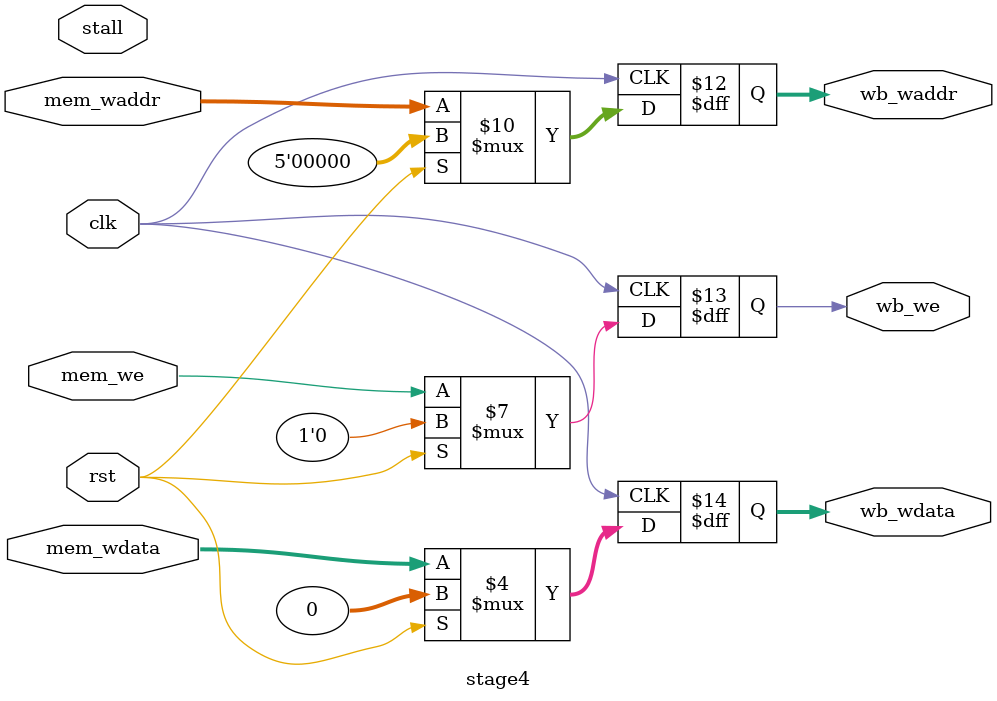
<source format=v>
/*
 * File:         e:\NSCSCC\GMIPS\thinpad_top.srcs\sources_1\GMIPS\stage4.v
 * Project:      e:\NSCSCC\GMIPS\thinpad_top.srcs\sources_1\GMIPS
 * Created Date: 2024-07-12 10:02:50
 * Author:       Tommy Gong
 * description:  
 * ----------------------------------------------------
 * Last Modified: 2024-07-12 10:03:38
 */

module stage4 (
    input wire clk,
    input wire rst,

    input wire stall,

    input wire [ 4:0] mem_waddr,
    input wire        mem_we,
    input wire [31:0] mem_wdata,

    output reg [ 4:0] wb_waddr,
    output reg        wb_we,
    output reg [31:0] wb_wdata
);

  always @(posedge clk) begin
    if (rst == 1'b1) begin
      wb_waddr <= 5'b00000;
      wb_we    <= 1'b0;
      wb_wdata <= 32'h00000000;
    end else begin
      wb_waddr <= mem_waddr;
      wb_we    <= mem_we;
      wb_wdata <= mem_wdata;
    end
  end

endmodule

</source>
